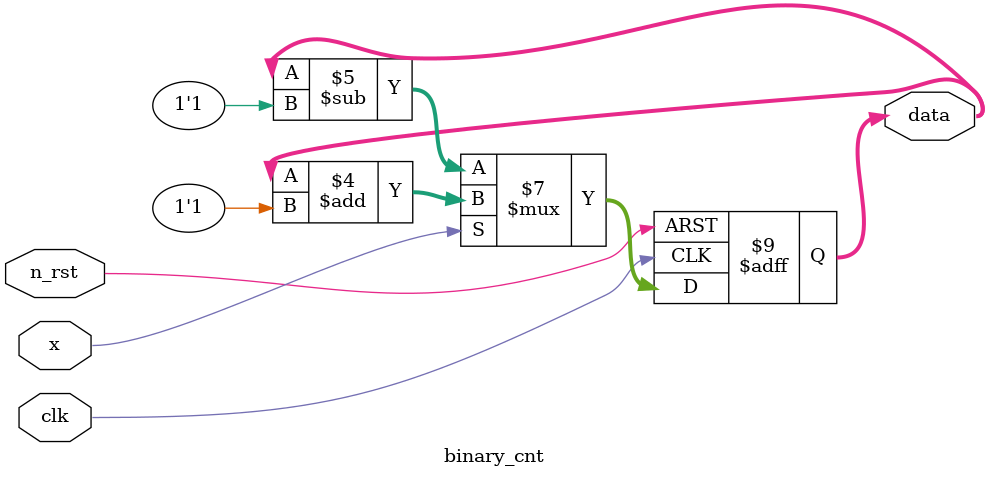
<source format=v>
module binary_cnt(
    clk,
    n_rst,
    x,
    data
);

input clk;
input n_rst;
input x;

output reg [2:0] data;

always@(posedge clk or negedge n_rst) begin
    if(!n_rst) begin
        data<= 3'b000;
    end 
    else if (x == 1) 
        data <= data + 1'b1;
    else
        data <= data - 1'b1;  
    
end

endmodule
</source>
